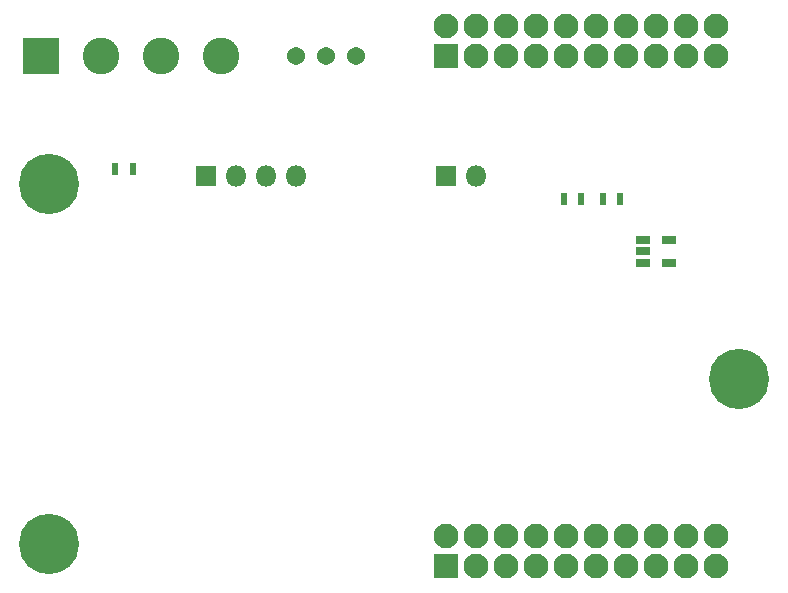
<source format=gbr>
%TF.GenerationSoftware,KiCad,Pcbnew,(5.1.6)-1*%
%TF.CreationDate,2021-07-08T16:07:49-06:00*%
%TF.ProjectId,Thermocouple Gauge,54686572-6d6f-4636-9f75-706c65204761,rev?*%
%TF.SameCoordinates,Original*%
%TF.FileFunction,Soldermask,Top*%
%TF.FilePolarity,Negative*%
%FSLAX46Y46*%
G04 Gerber Fmt 4.6, Leading zero omitted, Abs format (unit mm)*
G04 Created by KiCad (PCBNEW (5.1.6)-1) date 2021-07-08 16:07:49*
%MOMM*%
%LPD*%
G01*
G04 APERTURE LIST*
%ADD10C,5.100000*%
%ADD11C,3.100000*%
%ADD12R,3.100000X3.100000*%
%ADD13C,2.100000*%
%ADD14R,2.100000X2.100000*%
%ADD15R,1.800000X1.800000*%
%ADD16O,1.800000X1.800000*%
%ADD17R,0.600000X1.000000*%
%ADD18R,1.160000X0.750000*%
%ADD19C,1.540000*%
G04 APERTURE END LIST*
D10*
%TO.C,REF\u002A\u002A*%
X159385000Y-107315000D03*
%TD*%
%TO.C,REF\u002A\u002A*%
X217805000Y-123825000D03*
%TD*%
%TO.C,REF\u002A\u002A*%
X159385000Y-137795000D03*
%TD*%
D11*
%TO.C,J1*%
X173990000Y-96520000D03*
D12*
X158750000Y-96520000D03*
D11*
X168910000Y-96520000D03*
X163830000Y-96520000D03*
%TD*%
D13*
%TO.C,J2*%
X215900000Y-137160000D03*
X213360000Y-137160000D03*
X210820000Y-137160000D03*
X208280000Y-137160000D03*
X205740000Y-137160000D03*
X203200000Y-137160000D03*
X200660000Y-137160000D03*
X198120000Y-137160000D03*
X195580000Y-137160000D03*
X193040000Y-137160000D03*
X215900000Y-139700000D03*
X213360000Y-139700000D03*
X210820000Y-139700000D03*
X208280000Y-139700000D03*
X205740000Y-139700000D03*
X203200000Y-139700000D03*
X200660000Y-139700000D03*
X198120000Y-139700000D03*
X195580000Y-139700000D03*
D14*
X193040000Y-139700000D03*
%TD*%
%TO.C,J3*%
X193040000Y-96520000D03*
D13*
X195580000Y-96520000D03*
X198120000Y-96520000D03*
X200660000Y-96520000D03*
X203200000Y-96520000D03*
X205740000Y-96520000D03*
X208280000Y-96520000D03*
X210820000Y-96520000D03*
X213360000Y-96520000D03*
X215900000Y-96520000D03*
X193040000Y-93980000D03*
X195580000Y-93980000D03*
X198120000Y-93980000D03*
X200660000Y-93980000D03*
X203200000Y-93980000D03*
X205740000Y-93980000D03*
X208280000Y-93980000D03*
X210820000Y-93980000D03*
X213360000Y-93980000D03*
X215900000Y-93980000D03*
%TD*%
D15*
%TO.C,J4*%
X193040000Y-106680000D03*
D16*
X195580000Y-106680000D03*
%TD*%
D15*
%TO.C,J5*%
X172720000Y-106680000D03*
D16*
X175260000Y-106680000D03*
X177800000Y-106680000D03*
X180340000Y-106680000D03*
%TD*%
D17*
%TO.C,R1*%
X206260000Y-108585000D03*
X207760000Y-108585000D03*
%TD*%
%TO.C,R2*%
X204470000Y-108585000D03*
X202970000Y-108585000D03*
%TD*%
D18*
%TO.C,U1*%
X211920000Y-112080000D03*
X211920000Y-113980000D03*
X209720000Y-113980000D03*
X209720000Y-113030000D03*
X209720000Y-112080000D03*
%TD*%
D17*
%TO.C,R3*%
X164985000Y-106045000D03*
X166485000Y-106045000D03*
%TD*%
D19*
%TO.C,RV1*%
X180340000Y-96520000D03*
X182880000Y-96520000D03*
X185420000Y-96520000D03*
%TD*%
M02*

</source>
